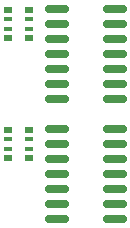
<source format=gbr>
%TF.GenerationSoftware,KiCad,Pcbnew,(6.0.9)*%
%TF.CreationDate,2022-12-02T16:15:21-08:00*%
%TF.ProjectId,Byte4066,42797465-3430-4363-962e-6b696361645f,rev?*%
%TF.SameCoordinates,Original*%
%TF.FileFunction,Paste,Top*%
%TF.FilePolarity,Positive*%
%FSLAX46Y46*%
G04 Gerber Fmt 4.6, Leading zero omitted, Abs format (unit mm)*
G04 Created by KiCad (PCBNEW (6.0.9)) date 2022-12-02 16:15:21*
%MOMM*%
%LPD*%
G01*
G04 APERTURE LIST*
G04 Aperture macros list*
%AMRoundRect*
0 Rectangle with rounded corners*
0 $1 Rounding radius*
0 $2 $3 $4 $5 $6 $7 $8 $9 X,Y pos of 4 corners*
0 Add a 4 corners polygon primitive as box body*
4,1,4,$2,$3,$4,$5,$6,$7,$8,$9,$2,$3,0*
0 Add four circle primitives for the rounded corners*
1,1,$1+$1,$2,$3*
1,1,$1+$1,$4,$5*
1,1,$1+$1,$6,$7*
1,1,$1+$1,$8,$9*
0 Add four rect primitives between the rounded corners*
20,1,$1+$1,$2,$3,$4,$5,0*
20,1,$1+$1,$4,$5,$6,$7,0*
20,1,$1+$1,$6,$7,$8,$9,0*
20,1,$1+$1,$8,$9,$2,$3,0*%
G04 Aperture macros list end*
%ADD10R,0.800000X0.500000*%
%ADD11R,0.800000X0.400000*%
%ADD12RoundRect,0.150000X-0.825000X-0.150000X0.825000X-0.150000X0.825000X0.150000X-0.825000X0.150000X0*%
G04 APERTURE END LIST*
D10*
%TO.C,RN2*%
X141235000Y-93910000D03*
D11*
X141235000Y-93110000D03*
X141235000Y-92310000D03*
D10*
X141235000Y-91510000D03*
X139435000Y-91510000D03*
D11*
X139435000Y-92310000D03*
X139435000Y-93110000D03*
D10*
X139435000Y-93910000D03*
%TD*%
%TO.C,RN1*%
X141235000Y-104070000D03*
D11*
X141235000Y-103270000D03*
X141235000Y-102470000D03*
D10*
X141235000Y-101670000D03*
X139435000Y-101670000D03*
D11*
X139435000Y-102470000D03*
X139435000Y-103270000D03*
D10*
X139435000Y-104070000D03*
%TD*%
D12*
%TO.C,U1*%
X143575000Y-91440000D03*
X143575000Y-92710000D03*
X143575000Y-93980000D03*
X143575000Y-95250000D03*
X143575000Y-96520000D03*
X143575000Y-97790000D03*
X143575000Y-99060000D03*
X148525000Y-99060000D03*
X148525000Y-97790000D03*
X148525000Y-96520000D03*
X148525000Y-95250000D03*
X148525000Y-93980000D03*
X148525000Y-92710000D03*
X148525000Y-91440000D03*
%TD*%
%TO.C,U2*%
X143575000Y-101600000D03*
X143575000Y-102870000D03*
X143575000Y-104140000D03*
X143575000Y-105410000D03*
X143575000Y-106680000D03*
X143575000Y-107950000D03*
X143575000Y-109220000D03*
X148525000Y-109220000D03*
X148525000Y-107950000D03*
X148525000Y-106680000D03*
X148525000Y-105410000D03*
X148525000Y-104140000D03*
X148525000Y-102870000D03*
X148525000Y-101600000D03*
%TD*%
M02*

</source>
